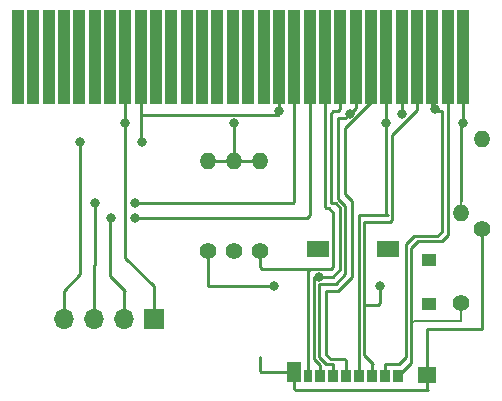
<source format=gbr>
%TF.GenerationSoftware,KiCad,Pcbnew,(6.0.11)*%
%TF.CreationDate,2023-02-10T16:12:37-06:00*%
%TF.ProjectId,leapsd,6c656170-7364-42e6-9b69-6361645f7063,rev?*%
%TF.SameCoordinates,Original*%
%TF.FileFunction,Copper,L1,Top*%
%TF.FilePolarity,Positive*%
%FSLAX46Y46*%
G04 Gerber Fmt 4.6, Leading zero omitted, Abs format (unit mm)*
G04 Created by KiCad (PCBNEW (6.0.11)) date 2023-02-10 16:12:37*
%MOMM*%
%LPD*%
G01*
G04 APERTURE LIST*
%TA.AperFunction,SMDPad,CuDef*%
%ADD10R,0.001000X0.001000*%
%TD*%
%TA.AperFunction,ConnectorPad*%
%ADD11R,1.000000X8.000000*%
%TD*%
%TA.AperFunction,ComponentPad*%
%ADD12C,1.400000*%
%TD*%
%TA.AperFunction,ComponentPad*%
%ADD13O,1.400000X1.400000*%
%TD*%
%TA.AperFunction,ComponentPad*%
%ADD14R,1.700000X1.700000*%
%TD*%
%TA.AperFunction,ComponentPad*%
%ADD15O,1.700000X1.700000*%
%TD*%
%TA.AperFunction,SMDPad,CuDef*%
%ADD16R,0.850000X1.100000*%
%TD*%
%TA.AperFunction,SMDPad,CuDef*%
%ADD17R,0.750000X1.100000*%
%TD*%
%TA.AperFunction,SMDPad,CuDef*%
%ADD18R,1.200000X1.000000*%
%TD*%
%TA.AperFunction,SMDPad,CuDef*%
%ADD19R,1.900000X1.350000*%
%TD*%
%TA.AperFunction,SMDPad,CuDef*%
%ADD20R,1.170000X1.800000*%
%TD*%
%TA.AperFunction,SMDPad,CuDef*%
%ADD21R,1.550000X1.350000*%
%TD*%
%TA.AperFunction,ViaPad*%
%ADD22C,0.800000*%
%TD*%
%TA.AperFunction,Conductor*%
%ADD23C,0.200000*%
%TD*%
%TA.AperFunction,Conductor*%
%ADD24C,0.250000*%
%TD*%
G04 APERTURE END LIST*
D10*
%TO.P,1,0*%
%TO.N,N/C*%
X159900000Y-39200000D03*
X197600000Y-39200000D03*
D11*
%TO.P,1,1*%
X159900000Y-39200000D03*
%TO.P,1,2*%
X161200000Y-39200000D03*
%TO.P,1,3*%
X162500000Y-39200000D03*
%TO.P,1,4*%
X163800000Y-39200000D03*
%TO.P,1,5*%
X165100000Y-39200000D03*
%TO.P,1,6*%
X166400000Y-39200000D03*
%TO.P,1,7*%
X167700000Y-39200000D03*
%TO.P,1,8*%
X169000000Y-39200000D03*
%TO.P,1,9*%
X170300000Y-39200000D03*
%TO.P,1,10*%
X171600000Y-39200000D03*
%TO.P,1,11*%
X172900000Y-39200000D03*
%TO.P,1,12*%
X174200000Y-39200000D03*
%TO.P,1,13*%
X175500000Y-39200000D03*
%TO.P,1,14*%
X176800000Y-39200000D03*
%TO.P,1,15*%
X178100000Y-39200000D03*
%TO.P,1,16*%
X179400000Y-39200000D03*
%TO.P,1,17*%
X180700000Y-39200000D03*
%TO.P,1,18*%
X182000000Y-39200000D03*
%TO.P,1,19*%
X183300000Y-39200000D03*
%TO.P,1,20*%
X184600000Y-39200000D03*
%TO.P,1,21*%
X185900000Y-39200000D03*
%TO.P,1,22*%
X187200000Y-39200000D03*
%TO.P,1,23*%
X188500000Y-39200000D03*
%TO.P,1,24*%
X189800000Y-39200000D03*
%TO.P,1,25*%
X191100000Y-39200000D03*
%TO.P,1,26*%
X192400000Y-39200000D03*
%TO.P,1,27*%
X193700000Y-39200000D03*
%TO.P,1,28*%
X195000000Y-39200000D03*
%TO.P,1,29*%
X196300000Y-39200000D03*
%TO.P,1,30*%
X197600000Y-39200000D03*
%TD*%
D12*
%TO.P,10K,1*%
%TO.N,N/C*%
X197400000Y-60010000D03*
D13*
%TO.P,10K,2*%
X197400000Y-52390000D03*
%TD*%
D14*
%TO.P,UART,1*%
%TO.N,N/C*%
X171400000Y-61425000D03*
D15*
%TO.P,UART,2*%
X168860000Y-61425000D03*
%TO.P,UART,3*%
X166320000Y-61425000D03*
%TO.P,UART,4*%
X163780000Y-61425000D03*
%TD*%
D13*
%TO.P,10K,2*%
%TO.N,N/C*%
X180400000Y-47990000D03*
D12*
%TO.P,10K,1*%
X180400000Y-55610000D03*
%TD*%
%TO.P,300K,1*%
%TO.N,N/C*%
X199200000Y-53800000D03*
D13*
%TO.P,300K,2*%
X199200000Y-46180000D03*
%TD*%
D16*
%TO.P,Micro SD,1*%
%TO.N,N/C*%
X192105000Y-66250000D03*
%TO.P,Micro SD,2*%
X191005000Y-66250000D03*
%TO.P,Micro SD,3*%
X189905000Y-66250000D03*
%TO.P,Micro SD,4*%
X188805000Y-66250000D03*
%TO.P,Micro SD,5*%
X187705000Y-66250000D03*
%TO.P,Micro SD,6*%
X186605000Y-66250000D03*
%TO.P,Micro SD,7*%
X185505000Y-66250000D03*
D17*
%TO.P,Micro SD,8*%
X184455000Y-66250000D03*
D18*
%TO.P,Micro SD,9*%
X194740000Y-60100000D03*
%TO.P,Micro SD,10*%
X194740000Y-56400000D03*
D19*
%TO.P,Micro SD,11*%
X191240000Y-55425000D03*
X185270000Y-55425000D03*
D20*
X183245000Y-65900000D03*
D21*
X194565000Y-66125000D03*
%TD*%
D13*
%TO.P,3K,2*%
%TO.N,N/C*%
X176000000Y-47980000D03*
D12*
%TO.P,3K,1*%
X176000000Y-55600000D03*
%TD*%
%TO.P,10K,1*%
%TO.N,N/C*%
X178200000Y-55610000D03*
D13*
%TO.P,10K,2*%
X178200000Y-47990000D03*
%TD*%
D22*
%TO.N,*%
X185400000Y-57800000D03*
X169800000Y-52800000D03*
X170400000Y-46400000D03*
X185400000Y-57800000D03*
X166400000Y-51600000D03*
X169000000Y-44800000D03*
X190600000Y-58600000D03*
X181600000Y-58600000D03*
X178200000Y-44800000D03*
X167800000Y-52800000D03*
X182000000Y-43800000D03*
X197600000Y-44800000D03*
X191100000Y-44800000D03*
X188000000Y-44000000D03*
X165200000Y-46400000D03*
X192400000Y-44000000D03*
X169800000Y-51600000D03*
X195200000Y-43600000D03*
%TD*%
D23*
%TO.N,*%
X197400000Y-60010000D02*
X197400000Y-61600000D01*
D24*
X165190000Y-46410000D02*
X165190000Y-57610000D01*
X193800000Y-54800000D02*
X193200000Y-55400000D01*
X187600000Y-44400000D02*
X187000000Y-44400000D01*
X170300000Y-39200000D02*
X170300000Y-44100000D01*
X183300000Y-51500000D02*
X183200000Y-51600000D01*
X185400000Y-58400000D02*
X185400000Y-64600000D01*
X197600000Y-44800000D02*
X197600000Y-39200000D01*
X195200000Y-43600000D02*
X195400000Y-43800000D01*
X163780000Y-59020000D02*
X163780000Y-61425000D01*
X181900000Y-44100000D02*
X182000000Y-44000000D01*
X170300000Y-44100000D02*
X181900000Y-44100000D01*
X188200000Y-57800000D02*
X187000000Y-59000000D01*
X185400000Y-57800000D02*
X186600000Y-57800000D01*
X185505000Y-65305000D02*
X185000000Y-64800000D01*
X196300000Y-39200000D02*
X196300000Y-54300000D01*
X191100000Y-52500000D02*
X191200000Y-52600000D01*
X184800000Y-57200000D02*
X180600000Y-57200000D01*
X191400000Y-53200000D02*
X189200000Y-53200000D01*
X183300000Y-39200000D02*
X183300000Y-51500000D01*
X165190000Y-57610000D02*
X163780000Y-59020000D01*
X182000000Y-43800000D02*
X182000000Y-39200000D01*
X187600000Y-50800000D02*
X188200000Y-51400000D01*
X192800000Y-64600000D02*
X192200000Y-65200000D01*
X191100000Y-44800000D02*
X191100000Y-52500000D01*
D23*
X197400000Y-61600000D02*
X193400000Y-61600000D01*
D24*
X191005000Y-65205000D02*
X191005000Y-66250000D01*
X186600000Y-65200000D02*
X186605000Y-65205000D01*
X195800000Y-54000000D02*
X195400000Y-54400000D01*
X184800000Y-57200000D02*
X186400000Y-57200000D01*
X187600000Y-51800000D02*
X187600000Y-57600000D01*
X188800000Y-52600000D02*
X188805000Y-52605000D01*
X194600000Y-67400000D02*
X183400000Y-67400000D01*
X195800000Y-43800000D02*
X195800000Y-54000000D01*
X184455000Y-66250000D02*
X184455000Y-57345000D01*
X187000000Y-51200000D02*
X187600000Y-51800000D01*
X191100000Y-39200000D02*
X191100000Y-44800000D01*
X193200000Y-61800000D02*
X193200000Y-64600000D01*
X166460000Y-51660000D02*
X166460000Y-56740000D01*
X193700000Y-39200000D02*
X193700000Y-43700000D01*
X180400000Y-64600000D02*
X180400000Y-65800000D01*
X186000000Y-65200000D02*
X186600000Y-65200000D01*
X169000000Y-56200000D02*
X171400000Y-58600000D01*
X187705000Y-64905000D02*
X187705000Y-66250000D01*
X194565000Y-62235000D02*
X194565000Y-66125000D01*
X168860000Y-59140000D02*
X168860000Y-61425000D01*
X194565000Y-67365000D02*
X194600000Y-67400000D01*
X187600000Y-45200000D02*
X187600000Y-50800000D01*
X191600000Y-53000000D02*
X191400000Y-53200000D01*
X186800000Y-58400000D02*
X185400000Y-58400000D01*
X193700000Y-43700000D02*
X191600000Y-45800000D01*
X180600000Y-57200000D02*
X180400000Y-57000000D01*
X176000000Y-58600000D02*
X181600000Y-58600000D01*
X188805000Y-52605000D02*
X188805000Y-66250000D01*
X186000000Y-59000000D02*
X186000000Y-64400000D01*
X193200000Y-55400000D02*
X193200000Y-61800000D01*
X186800000Y-51600000D02*
X186400000Y-51600000D01*
X193400000Y-54400000D02*
X192800000Y-55000000D01*
X169000000Y-44800000D02*
X169000000Y-56200000D01*
X185400000Y-64600000D02*
X186000000Y-65200000D01*
X193200000Y-64600000D02*
X193200000Y-65155000D01*
D23*
X193400000Y-61600000D02*
X193200000Y-61800000D01*
D24*
X180500000Y-65900000D02*
X183245000Y-65900000D01*
X189200000Y-53200000D02*
X189200000Y-60200000D01*
X176000000Y-55600000D02*
X176000000Y-58600000D01*
X166460000Y-56740000D02*
X166320000Y-56880000D01*
X186600000Y-57000000D02*
X186400000Y-57200000D01*
X166320000Y-56880000D02*
X166320000Y-61425000D01*
X197400000Y-45000000D02*
X197600000Y-44800000D01*
X193200000Y-65155000D02*
X192105000Y-66250000D01*
X180400000Y-65800000D02*
X180500000Y-65900000D01*
X171400000Y-58600000D02*
X171400000Y-61425000D01*
X187200000Y-57200000D02*
X187200000Y-52000000D01*
X197400000Y-50400000D02*
X197400000Y-45000000D01*
X184600000Y-39200000D02*
X184600000Y-52600000D01*
X167730000Y-57730000D02*
X169000000Y-59000000D01*
X186600000Y-52400000D02*
X186600000Y-57000000D01*
X191000000Y-65200000D02*
X191005000Y-65205000D01*
X186605000Y-65205000D02*
X186605000Y-66250000D01*
X186400000Y-64800000D02*
X187600000Y-64800000D01*
X187600000Y-57600000D02*
X186800000Y-58400000D01*
X195000000Y-43400000D02*
X195200000Y-43600000D01*
X170300000Y-46300000D02*
X170400000Y-46400000D01*
X184600000Y-52600000D02*
X184400000Y-52800000D01*
X188000000Y-44000000D02*
X187600000Y-44400000D01*
X185900000Y-51900000D02*
X186000000Y-52000000D01*
X195400000Y-43800000D02*
X195800000Y-43800000D01*
X183400000Y-67400000D02*
X183245000Y-67245000D01*
X166400000Y-51600000D02*
X166460000Y-51660000D01*
X194565000Y-66125000D02*
X194565000Y-67365000D01*
X190600000Y-60000000D02*
X190400000Y-60200000D01*
X169000000Y-59000000D02*
X168860000Y-59140000D01*
X184400000Y-52800000D02*
X169800000Y-52800000D01*
X187000000Y-59000000D02*
X186000000Y-59000000D01*
X189800000Y-39200000D02*
X189800000Y-43000000D01*
X165200000Y-46400000D02*
X165190000Y-46410000D01*
X186400000Y-51600000D02*
X186400000Y-44000000D01*
X188200000Y-51400000D02*
X188200000Y-57800000D01*
X189200000Y-64400000D02*
X190000000Y-65200000D01*
X187200000Y-52000000D02*
X186800000Y-51600000D01*
X186200000Y-52000000D02*
X186600000Y-52400000D01*
X186000000Y-52000000D02*
X186200000Y-52000000D01*
X167800000Y-52800000D02*
X167730000Y-52870000D01*
X192400000Y-39200000D02*
X192400000Y-44000000D01*
X187600000Y-64800000D02*
X187705000Y-64905000D01*
X169000000Y-39200000D02*
X169000000Y-44800000D01*
X184455000Y-57345000D02*
X184600000Y-57200000D01*
X189200000Y-60200000D02*
X189200000Y-64400000D01*
X199200000Y-53800000D02*
X199200000Y-62200000D01*
X187200000Y-43600000D02*
X187200000Y-39200000D01*
X196300000Y-54300000D02*
X195800000Y-54800000D01*
X195400000Y-54400000D02*
X193400000Y-54400000D01*
X176000000Y-47980000D02*
X178190000Y-47980000D01*
X188500000Y-39200000D02*
X188500000Y-43500000D01*
X178190000Y-47980000D02*
X178200000Y-47990000D01*
X190400000Y-60200000D02*
X189200000Y-60200000D01*
D23*
X197400000Y-52390000D02*
X197400000Y-50400000D01*
D24*
X186000000Y-64400000D02*
X186400000Y-64800000D01*
X195000000Y-39200000D02*
X195000000Y-43400000D01*
X186600000Y-57800000D02*
X187200000Y-57200000D01*
X183245000Y-67245000D02*
X183245000Y-65900000D01*
X192800000Y-55000000D02*
X192800000Y-64600000D01*
X187000000Y-44400000D02*
X187000000Y-51200000D01*
X185900000Y-39200000D02*
X185900000Y-51900000D01*
X190600000Y-58600000D02*
X190600000Y-60000000D01*
X187000000Y-43800000D02*
X187200000Y-43600000D01*
X189905000Y-65295000D02*
X189905000Y-66250000D01*
X191200000Y-52600000D02*
X188800000Y-52600000D01*
X191600000Y-45800000D02*
X191600000Y-53000000D01*
X170300000Y-44100000D02*
X170300000Y-46300000D01*
X188500000Y-43500000D02*
X188000000Y-44000000D01*
X180400000Y-47990000D02*
X178200000Y-47990000D01*
X186600000Y-43800000D02*
X187000000Y-43800000D01*
X184600000Y-57200000D02*
X184800000Y-57200000D01*
X185000000Y-57800000D02*
X185400000Y-57800000D01*
X197400000Y-51400000D02*
X197400000Y-50400000D01*
X183200000Y-51600000D02*
X169800000Y-51600000D01*
X180400000Y-57000000D02*
X180400000Y-55610000D01*
X178200000Y-47990000D02*
X178200000Y-44800000D01*
X185000000Y-64800000D02*
X185000000Y-57800000D01*
X182000000Y-44000000D02*
X182000000Y-43800000D01*
X195800000Y-54800000D02*
X193800000Y-54800000D01*
X189800000Y-43000000D02*
X187600000Y-45200000D01*
X167730000Y-52870000D02*
X167730000Y-57730000D01*
X192200000Y-65200000D02*
X191000000Y-65200000D01*
X194600000Y-62200000D02*
X194565000Y-62235000D01*
X186400000Y-44000000D02*
X186600000Y-43800000D01*
X190000000Y-65200000D02*
X189905000Y-65295000D01*
X199200000Y-62200000D02*
X194600000Y-62200000D01*
X185505000Y-66250000D02*
X185505000Y-65305000D01*
%TD*%
M02*

</source>
